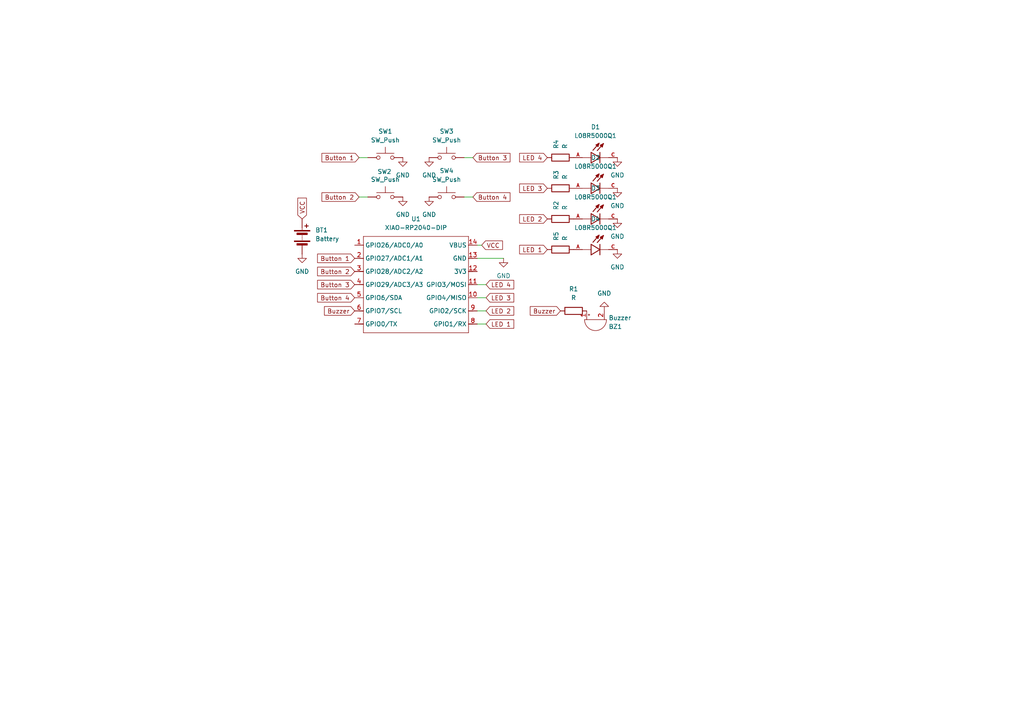
<source format=kicad_sch>
(kicad_sch (version 20250114) (generator "eeschema") (generator_version "9.0")
  (paper "A4")
  (lib_symbols
    (symbol "Device:Battery" (pin_numbers (hide yes)) (pin_names (offset 0) (hide yes))
      (property "Reference" "BT" (at 2.54 2.54 0))
      (property "Value" "Battery" (at 2.54 0 0))
      (symbol "Battery_0_1"
        (rectangle (start -2.286 1.778) (end 2.286 1.524) (fill (type outline)))
        (rectangle (start -2.286 -1.27) (end 2.286 -1.524) (fill (type outline)))
        (rectangle (start -1.524 1.016) (end 1.524 0.508) (fill (type outline)))
        (rectangle (start -1.524 -2.032) (end 1.524 -2.54) (fill (type outline)))
        (polyline (pts (xy 0 1.778) (xy 0 2.54)))
        (polyline (pts (xy 0 0) (xy 0 0.254)))
        (polyline (pts (xy 0 -0.508) (xy 0 -0.254)))
        (polyline (pts (xy 0 -1.016) (xy 0 -0.762)))
        (polyline (pts (xy 0.762 3.048) (xy 1.778 3.048)) (stroke (width 0.254)))
        (polyline (pts (xy 1.27 3.556) (xy 1.27 2.54)) (stroke (width 0.254)))
      )
      (symbol "Battery_1_1"
        (pin passive line (at 0 5.08 270) (length 2.54) (name "+") (number "1"))
        (pin passive line (at 0 -5.08 90) (length 2.54) (name "-") (number "2"))
      )
    )
    (symbol "Device:Buzzer" (pin_names (offset 0.0254) (hide yes))
      (property "Reference" "BZ" (at 3.81 1.27 0))
      (property "Value" "Buzzer" (at 3.81 -1.27 0))
      (symbol "Buzzer_0_1"
        (polyline (pts (xy -1.651 1.905) (xy -1.143 1.905)))
        (polyline (pts (xy -1.397 2.159) (xy -1.397 1.651)))
        (arc (start 0 3.175) (mid 3.1612 0) (end 0 -3.175))
        (polyline (pts (xy 0 3.175) (xy 0 -3.175)))
      )
      (symbol "Buzzer_1_1"
        (pin passive line (at -2.54 2.54 0) (length 2.54) (name "+") (number "1"))
        (pin passive line (at -2.54 -2.54 0) (length 2.54) (name "-") (number "2"))
      )
    )
    (symbol "Device:R" (pin_numbers (hide yes)) (pin_names (offset 0))
      (property "Reference" "R" (at 2.032 0 90))
      (property "Value" "R" (at 0 0 90))
      (symbol "R_0_1"
        (rectangle (start -1.016 -2.54) (end 1.016 2.54) (stroke (width 0.254)))
      )
      (symbol "R_1_1"
        (pin passive line (at 0 3.81 270) (length 1.27) (name "~") (number "1"))
        (pin passive line (at 0 -3.81 90) (length 1.27) (name "~") (number "2"))
      )
    )
    (symbol "L08R5000Q1:L08R5000Q1" (pin_names (offset 1.016))
      (property "Reference" "D" (at -3.0988 4.4958 0))
      (property "Value" "L08R5000Q1" (at -3.556 -3.302 0))
      (symbol "L08R5000Q1_0_0"
        (polyline (pts (xy -2.54 1.524) (xy -2.54 0)) (stroke (width 0.254)))
        (polyline (pts (xy -2.54 0) (xy -5.08 0)) (stroke (width 0.1524)))
        (polyline (pts (xy -2.54 0) (xy -2.54 -1.524)) (stroke (width 0.254)))
        (polyline (pts (xy -2.54 -1.524) (xy 0 0)) (stroke (width 0.254)))
        (polyline (pts (xy -1.1176 3.683) (xy -0.2286 4.1656)) (stroke (width 0.254)))
        (polyline (pts (xy -0.9398 3.6068) (xy -0.7112 3.7592)) (stroke (width 0.254)))
        (polyline (pts (xy -0.5588 3.2004) (xy -1.1176 3.683)) (stroke (width 0.254)))
        (polyline (pts (xy -0.5588 3.2004) (xy -0.5334 3.937)) (stroke (width 0.254)))
        (polyline (pts (xy -0.5334 3.937) (xy -0.6604 3.937)) (stroke (width 0.254)))
        (polyline (pts (xy -0.2286 4.1656) (xy -2.0066 2.1336)) (stroke (width 0.254)))
        (polyline (pts (xy -0.2286 4.1656) (xy -0.5588 3.2004)) (stroke (width 0.254)))
        (polyline (pts (xy 0 1.524) (xy 0 0)) (stroke (width 0.254)))
        (polyline (pts (xy 0 0) (xy -2.54 1.524)) (stroke (width 0.254)))
        (polyline (pts (xy 0 0) (xy 0 -1.524)) (stroke (width 0.254)))
        (polyline (pts (xy 0.127 3.5814) (xy 1.016 4.064)) (stroke (width 0.254)))
        (polyline (pts (xy 0.3048 3.5052) (xy 0.5334 3.6576)) (stroke (width 0.254)))
        (polyline (pts (xy 0.6858 3.0988) (xy 0.127 3.5814)) (stroke (width 0.254)))
        (polyline (pts (xy 0.6858 3.0988) (xy 0.7112 3.8354)) (stroke (width 0.254)))
        (polyline (pts (xy 0.7112 3.8354) (xy 0.5842 3.8354)) (stroke (width 0.254)))
        (polyline (pts (xy 1.016 4.064) (xy -0.762 2.032)) (stroke (width 0.254)))
        (polyline (pts (xy 1.016 4.064) (xy 0.6858 3.0988)) (stroke (width 0.254)))
        (polyline (pts (xy 2.54 0) (xy 0 0)) (stroke (width 0.1524)))
        (pin passive line (at -7.62 0 0) (length 2.54) (name "~") (number "A"))
        (pin passive line (at 5.08 0 180) (length 2.54) (name "~") (number "C"))
      )
    )
    (symbol "Seeed_Studio_XIAO_Series:XIAO-RP2040-DIP"
      (property "Reference" "U" (at 0 0 0))
      (property "Value" "XIAO-RP2040-DIP" (at 5.334 -1.778 0))
      (symbol "XIAO-RP2040-DIP_1_0"
        (polyline (pts (xy -1.27 -2.54) (xy 29.21 -2.54)) (stroke (width 0.1524)))
        (polyline (pts (xy -1.27 -5.08) (xy -2.54 -5.08)) (stroke (width 0.1524)))
        (polyline (pts (xy -1.27 -5.08) (xy -1.27 -2.54)) (stroke (width 0.1524)))
        (polyline (pts (xy -1.27 -8.89) (xy -2.54 -8.89)) (stroke (width 0.1524)))
        (polyline (pts (xy -1.27 -8.89) (xy -1.27 -5.08)) (stroke (width 0.1524)))
        (polyline (pts (xy -1.27 -12.7) (xy -2.54 -12.7)) (stroke (width 0.1524)))
        (polyline (pts (xy -1.27 -12.7) (xy -1.27 -8.89)) (stroke (width 0.1524)))
        (polyline (pts (xy -1.27 -16.51) (xy -2.54 -16.51)) (stroke (width 0.1524)))
        (polyline (pts (xy -1.27 -16.51) (xy -1.27 -12.7)) (stroke (width 0.1524)))
        (polyline (pts (xy -1.27 -20.32) (xy -2.54 -20.32)) (stroke (width 0.1524)))
        (polyline (pts (xy -1.27 -24.13) (xy -2.54 -24.13)) (stroke (width 0.1524)))
        (polyline (pts (xy -1.27 -27.94) (xy -2.54 -27.94)) (stroke (width 0.1524)))
        (polyline (pts (xy -1.27 -30.48) (xy -1.27 -16.51)) (stroke (width 0.1524)))
        (polyline (pts (xy 29.21 -2.54) (xy 29.21 -5.08)) (stroke (width 0.1524)))
        (polyline (pts (xy 29.21 -5.08) (xy 29.21 -8.89)) (stroke (width 0.1524)))
        (polyline (pts (xy 29.21 -8.89) (xy 29.21 -12.7)) (stroke (width 0.1524)))
        (polyline (pts (xy 29.21 -12.7) (xy 29.21 -30.48)) (stroke (width 0.1524)))
        (polyline (pts (xy 29.21 -30.48) (xy -1.27 -30.48)) (stroke (width 0.1524)))
        (polyline (pts (xy 30.48 -5.08) (xy 29.21 -5.08)) (stroke (width 0.1524)))
        (polyline (pts (xy 30.48 -8.89) (xy 29.21 -8.89)) (stroke (width 0.1524)))
        (polyline (pts (xy 30.48 -12.7) (xy 29.21 -12.7)) (stroke (width 0.1524)))
        (polyline (pts (xy 30.48 -16.51) (xy 29.21 -16.51)) (stroke (width 0.1524)))
        (polyline (pts (xy 30.48 -20.32) (xy 29.21 -20.32)) (stroke (width 0.1524)))
        (polyline (pts (xy 30.48 -24.13) (xy 29.21 -24.13)) (stroke (width 0.1524)))
        (polyline (pts (xy 30.48 -27.94) (xy 29.21 -27.94)) (stroke (width 0.1524)))
        (pin passive line (at -3.81 -5.08 0) (length 2.54) (name "GPIO26/ADC0/A0") (number "1"))
        (pin passive line (at -3.81 -8.89 0) (length 2.54) (name "GPIO27/ADC1/A1") (number "2"))
        (pin passive line (at -3.81 -12.7 0) (length 2.54) (name "GPIO28/ADC2/A2") (number "3"))
        (pin passive line (at -3.81 -16.51 0) (length 2.54) (name "GPIO29/ADC3/A3") (number "4"))
        (pin passive line (at -3.81 -20.32 0) (length 2.54) (name "GPIO6/SDA") (number "5"))
        (pin passive line (at -3.81 -24.13 0) (length 2.54) (name "GPIO7/SCL") (number "6"))
        (pin passive line (at -3.81 -27.94 0) (length 2.54) (name "GPIO0/TX") (number "7"))
        (pin passive line (at 31.75 -5.08 180) (length 2.54) (name "VBUS") (number "14"))
        (pin passive line (at 31.75 -8.89 180) (length 2.54) (name "GND") (number "13"))
        (pin passive line (at 31.75 -12.7 180) (length 2.54) (name "3V3") (number "12"))
        (pin passive line (at 31.75 -16.51 180) (length 2.54) (name "GPIO3/MOSI") (number "11"))
        (pin passive line (at 31.75 -20.32 180) (length 2.54) (name "GPIO4/MISO") (number "10"))
        (pin passive line (at 31.75 -24.13 180) (length 2.54) (name "GPIO2/SCK") (number "9"))
        (pin passive line (at 31.75 -27.94 180) (length 2.54) (name "GPIO1/RX") (number "8"))
      )
    )
    (symbol "Switch:SW_Push" (pin_numbers (hide yes)) (pin_names (offset 1.016) (hide yes))
      (property "Reference" "SW" (at 1.27 2.54 0))
      (property "Value" "SW_Push" (at 0 -1.524 0))
      (symbol "SW_Push_0_1"
        (circle (center -2.032 0) (radius 0.508))
        (polyline (pts (xy 0 1.27) (xy 0 3.048)))
        (circle (center 2.032 0) (radius 0.508))
        (polyline (pts (xy 2.54 1.27) (xy -2.54 1.27)))
        (pin passive line (at -5.08 0 0) (length 2.54) (name "1") (number "1"))
        (pin passive line (at 5.08 0 180) (length 2.54) (name "2") (number "2"))
      )
    )
    (symbol "power:GND" (power) (pin_numbers (hide yes)) (pin_names (offset 0) (hide yes))
      (property "Value" "GND" (at 0 -3.81 0))
      (symbol "GND_0_1"
        (polyline (pts (xy 0 0) (xy 0 -1.27) (xy 1.27 -1.27) (xy 0 -2.54) (xy -1.27 -1.27) (xy 0 -1.27)))
      )
      (symbol "GND_1_1"
        (pin power_in line (at 0 0 270) (length 0) (name "~") (number "1"))
      )
    )
  )
  (wire (pts (xy 137.16 45.72) (xy 134.62 45.72)))
  (wire (pts (xy 138.43 71.12) (xy 139.7 71.12)))
  (wire (pts (xy 104.14 45.72) (xy 106.68 45.72)))
  (wire (pts (xy 138.43 90.17) (xy 140.97 90.17)))
  (wire (pts (xy 104.14 57.15) (xy 106.68 57.15)))
  (wire (pts (xy 138.43 86.36) (xy 140.97 86.36)))
  (wire (pts (xy 137.16 57.15) (xy 134.62 57.15)))
  (wire (pts (xy 138.43 93.98) (xy 140.97 93.98)))
  (wire (pts (xy 138.43 74.93) (xy 146.05 74.93)))
  (wire (pts (xy 138.43 82.55) (xy 140.97 82.55)))
  (global_label "LED 2" (shape input) (at 140.97 90.17 0) (property "Intersheetrefs" "${INTERSHEET_REFS}" (effects (hide yes))))
  (global_label "LED 3" (shape input) (at 140.97 86.36 0) (property "Intersheetrefs" "${INTERSHEET_REFS}" (effects (hide yes))))
  (global_label "Button 3" (shape input) (at 137.16 45.72 0) (property "Intersheetrefs" "${INTERSHEET_REFS}" (effects (hide yes))))
  (global_label "LED 2" (shape input) (at 158.75 63.5 180) (property "Intersheetrefs" "${INTERSHEET_REFS}" (effects (hide yes))))
  (global_label "LED 1" (shape input) (at 158.75 72.39 180) (property "Intersheetrefs" "${INTERSHEET_REFS}" (effects (hide yes))))
  (global_label "Buzzer" (shape input) (at 162.56 90.17 180) (property "Intersheetrefs" "${INTERSHEET_REFS}" (effects (hide yes))))
  (global_label "Button 1" (shape input) (at 102.87 74.93 180) (property "Intersheetrefs" "${INTERSHEET_REFS}" (effects (hide yes))))
  (global_label "Button 4" (shape input) (at 137.16 57.15 0) (property "Intersheetrefs" "${INTERSHEET_REFS}" (effects (hide yes))))
  (global_label "Button 4" (shape input) (at 102.87 86.36 180) (property "Intersheetrefs" "${INTERSHEET_REFS}" (effects (hide yes))))
  (global_label "LED 4" (shape input) (at 158.75 45.72 180) (property "Intersheetrefs" "${INTERSHEET_REFS}" (effects (hide yes))))
  (global_label "Buzzer" (shape input) (at 102.87 90.17 180) (property "Intersheetrefs" "${INTERSHEET_REFS}" (effects (hide yes))))
  (global_label "Button 3" (shape input) (at 102.87 82.55 180) (property "Intersheetrefs" "${INTERSHEET_REFS}" (effects (hide yes))))
  (global_label "Button 2" (shape input) (at 102.87 78.74 180) (property "Intersheetrefs" "${INTERSHEET_REFS}" (effects (hide yes))))
  (global_label "VCC" (shape input) (at 139.7 71.12 0) (property "Intersheetrefs" "${INTERSHEET_REFS}" (effects (hide yes))))
  (global_label "Button 2" (shape input) (at 104.14 57.15 180) (property "Intersheetrefs" "${INTERSHEET_REFS}" (effects (hide yes))))
  (global_label "LED 4" (shape input) (at 140.97 82.55 0) (property "Intersheetrefs" "${INTERSHEET_REFS}" (effects (hide yes))))
  (global_label "LED 3" (shape input) (at 158.75 54.61 180) (property "Intersheetrefs" "${INTERSHEET_REFS}" (effects (hide yes))))
  (global_label "LED 1" (shape input) (at 140.97 93.98 0) (property "Intersheetrefs" "${INTERSHEET_REFS}" (effects (hide yes))))
  (global_label "VCC" (shape input) (at 87.63 63.5 90) (property "Intersheetrefs" "${INTERSHEET_REFS}" (effects (hide yes))))
  (global_label "Button 1" (shape input) (at 104.14 45.72 180) (property "Intersheetrefs" "${INTERSHEET_REFS}" (effects (hide yes))))
  (symbol (lib_id "Device:Battery") (at 87.63 68.58 0) (unit 1)
    (property "Reference" "BT1" (at 91.44 66.7384 0) (effects (justify left)))
    (property "Value" "Battery" (at 91.44 69.2784 0) (effects (justify left)))
    (property "Footprint" "TestPoint:TestPoint_2Pads_Pitch2.54mm_Drill0.8mm" (effects (hide yes)))
    (property "Description" "Multiple-cell battery" (effects (hide yes)))
  )
  (symbol (lib_id "Switch:SW_Push") (at 129.54 57.15 0) (mirror y) (unit 1)
    (property "Reference" "SW4" (at 129.54 49.53 0))
    (property "Value" "SW_Push" (at 129.54 52.07 0))
    (property "Footprint" "Button_Switch_Keyboard:SW_Cherry_MX_1.00u_PCB" (effects (hide yes)))
    (property "Description" "Push button switch, generic, two pins" (effects (hide yes)))
  )
  (symbol (lib_id "power:GND") (at 124.46 57.15 0) (mirror y) (unit 1)
    (property "Reference" "#PWR05" (effects (hide yes)))
    (property "Value" "GND" (at 124.46 62.23 0))
    (property "Description" "Power symbol creates a global label with name \"GND\" , ground" (effects (hide yes)))
  )
  (symbol (lib_id "L08R5000Q1:L08R5000Q1") (at 173.99 63.5 0) (unit 1)
    (property "Reference" "D3" (at 172.72 54.61 0))
    (property "Value" "L08R5000Q1" (at 172.72 57.15 0))
    (property "Footprint" "e390cee6c564169ed6d49fe7a268946ec8897500_l08r5000q1:LEDRD254W57D500H1070" (effects (hide yes)))
    (property "MF" "LED Technology" (effects (hide yes)))
    (property "MAXIMUM_PACKAGE_HEIGHT" "10.7mm" (effects (hide yes)))
    (property "Package" "None" (effects (hide yes)))
    (property "Price" "None" (effects (hide yes)))
    (property "Check_prices" "https://www.snapeda.com/parts/L08R5000Q1/LED+Technology/view-part/?ref=eda" (effects (hide yes)))
    (property "STANDARD" "IPC-7351B" (effects (hide yes)))
    (property "PARTREV" "NA" (effects (hide yes)))
    (property "SnapEDA_Link" "https://www.snapeda.com/parts/L08R5000Q1/LED+Technology/view-part/?ref=snap" (effects (hide yes)))
    (property "MP" "L08R5000Q1" (effects (hide yes)))
    (property "Description_1" "LED, 5MM, ORANGE; LED / Lamp Size: 5mm / T-1 3/4; LED Colour: Orange; Typ Luminous Intensity: 4.3mcd; Viewing Angle: ..." (effects (hide yes)))
    (property "Availability" "Not in stock" (effects (hide yes)))
    (property "MANUFACTURER" "LED TECHNOLOGY" (effects (hide yes)))
  )
  (symbol (lib_id "Device:R") (at 162.56 63.5 90) (unit 1)
    (property "Reference" "R2" (at 161.2899 60.96 0) (effects (justify left)))
    (property "Value" "R" (at 163.8299 60.96 0) (effects (justify left)))
    (property "Footprint" "Resistor_THT:R_Axial_DIN0207_L6.3mm_D2.5mm_P7.62mm_Horizontal" (effects (hide yes)))
    (property "Description" "Resistor" (effects (hide yes)))
  )
  (symbol (lib_id "Switch:SW_Push") (at 129.54 45.72 0) (mirror y) (unit 1)
    (property "Reference" "SW3" (at 129.54 38.1 0))
    (property "Value" "SW_Push" (at 129.54 40.64 0))
    (property "Footprint" "Button_Switch_Keyboard:SW_Cherry_MX_1.00u_PCB" (effects (hide yes)))
    (property "Description" "Push button switch, generic, two pins" (effects (hide yes)))
  )
  (symbol (lib_id "power:GND") (at 179.07 63.5 0) (unit 1)
    (property "Reference" "#PWR08" (effects (hide yes)))
    (property "Value" "GND" (at 179.07 68.58 0))
    (property "Description" "Power symbol creates a global label with name \"GND\" , ground" (effects (hide yes)))
  )
  (symbol (lib_id "power:GND") (at 87.63 73.66 0) (unit 1)
    (property "Reference" "#PWR011" (effects (hide yes)))
    (property "Value" "GND" (at 87.63 78.74 0))
    (property "Description" "Power symbol creates a global label with name \"GND\" , ground" (effects (hide yes)))
  )
  (symbol (lib_id "Seeed_Studio_XIAO_Series:XIAO-RP2040-DIP") (at 106.68 66.04 0) (unit 1)
    (property "Reference" "U1" (at 120.65 63.5 0))
    (property "Value" "XIAO-RP2040-DIP" (at 120.65 66.04 0))
    (property "Footprint" "footprints:XIAO-RP2040-DIP" (effects (hide yes)))
  )
  (symbol (lib_id "power:GND") (at 175.26 90.17 0) (mirror x) (unit 1)
    (property "Reference" "#PWR010" (effects (hide yes)))
    (property "Value" "GND" (at 175.26 85.09 0))
    (property "Description" "Power symbol creates a global label with name \"GND\" , ground" (effects (hide yes)))
  )
  (symbol (lib_id "Device:R") (at 162.56 72.39 90) (unit 1)
    (property "Reference" "R5" (at 161.2899 69.85 0) (effects (justify left)))
    (property "Value" "R" (at 163.8299 69.85 0) (effects (justify left)))
    (property "Footprint" "Resistor_THT:R_Axial_DIN0207_L6.3mm_D2.5mm_P7.62mm_Horizontal" (effects (hide yes)))
    (property "Description" "Resistor" (effects (hide yes)))
  )
  (symbol (lib_id "power:GND") (at 124.46 45.72 0) (mirror y) (unit 1)
    (property "Reference" "#PWR04" (effects (hide yes)))
    (property "Value" "GND" (at 124.46 50.8 0))
    (property "Description" "Power symbol creates a global label with name \"GND\" , ground" (effects (hide yes)))
  )
  (symbol (lib_id "power:GND") (at 179.07 72.39 0) (unit 1)
    (property "Reference" "#PWR09" (effects (hide yes)))
    (property "Value" "GND" (at 179.07 77.47 0))
    (property "Description" "Power symbol creates a global label with name \"GND\" , ground" (effects (hide yes)))
  )
  (symbol (lib_id "power:GND") (at 179.07 54.61 0) (unit 1)
    (property "Reference" "#PWR07" (effects (hide yes)))
    (property "Value" "GND" (at 179.07 59.69 0))
    (property "Description" "Power symbol creates a global label with name \"GND\" , ground" (effects (hide yes)))
  )
  (symbol (lib_id "L08R5000Q1:L08R5000Q1") (at 173.99 72.39 0) (unit 1)
    (property "Reference" "D4" (at 172.72 63.5 0))
    (property "Value" "L08R5000Q1" (at 172.72 66.04 0))
    (property "Footprint" "e390cee6c564169ed6d49fe7a268946ec8897500_l08r5000q1:LEDRD254W57D500H1070" (effects (hide yes)))
    (property "MF" "LED Technology" (effects (hide yes)))
    (property "MAXIMUM_PACKAGE_HEIGHT" "10.7mm" (effects (hide yes)))
    (property "Package" "None" (effects (hide yes)))
    (property "Price" "None" (effects (hide yes)))
    (property "Check_prices" "https://www.snapeda.com/parts/L08R5000Q1/LED+Technology/view-part/?ref=eda" (effects (hide yes)))
    (property "STANDARD" "IPC-7351B" (effects (hide yes)))
    (property "PARTREV" "NA" (effects (hide yes)))
    (property "SnapEDA_Link" "https://www.snapeda.com/parts/L08R5000Q1/LED+Technology/view-part/?ref=snap" (effects (hide yes)))
    (property "MP" "L08R5000Q1" (effects (hide yes)))
    (property "Description_1" "LED, 5MM, ORANGE; LED / Lamp Size: 5mm / T-1 3/4; LED Colour: Orange; Typ Luminous Intensity: 4.3mcd; Viewing Angle: ..." (effects (hide yes)))
    (property "Availability" "Not in stock" (effects (hide yes)))
    (property "MANUFACTURER" "LED TECHNOLOGY" (effects (hide yes)))
  )
  (symbol (lib_id "Device:Buzzer") (at 172.72 92.71 90) (mirror x) (unit 1)
    (property "Reference" "BZ1" (at 176.53 94.7352 90) (effects (justify right)))
    (property "Value" "Buzzer" (at 176.53 92.1952 90) (effects (justify right)))
    (property "Footprint" "Buzzer_Beeper:Buzzer_12x9.5RM7.6" (effects (hide yes)))
    (property "Description" "Buzzer, polarized" (effects (hide yes)))
  )
  (symbol (lib_id "power:GND") (at 146.05 74.93 0) (unit 1)
    (property "Reference" "#PWR01" (effects (hide yes)))
    (property "Value" "GND" (at 146.05 80.01 0))
    (property "Description" "Power symbol creates a global label with name \"GND\" , ground" (effects (hide yes)))
  )
  (symbol (lib_id "power:GND") (at 116.84 45.72 0) (unit 1)
    (property "Reference" "#PWR02" (effects (hide yes)))
    (property "Value" "GND" (at 116.84 50.8 0))
    (property "Description" "Power symbol creates a global label with name \"GND\" , ground" (effects (hide yes)))
  )
  (symbol (lib_id "L08R5000Q1:L08R5000Q1") (at 173.99 54.61 0) (unit 1)
    (property "Reference" "D2" (at 172.72 45.72 0))
    (property "Value" "L08R5000Q1" (at 172.72 48.26 0))
    (property "Footprint" "e390cee6c564169ed6d49fe7a268946ec8897500_l08r5000q1:LEDRD254W57D500H1070" (effects (hide yes)))
    (property "MF" "LED Technology" (effects (hide yes)))
    (property "MAXIMUM_PACKAGE_HEIGHT" "10.7mm" (effects (hide yes)))
    (property "Package" "None" (effects (hide yes)))
    (property "Price" "None" (effects (hide yes)))
    (property "Check_prices" "https://www.snapeda.com/parts/L08R5000Q1/LED+Technology/view-part/?ref=eda" (effects (hide yes)))
    (property "STANDARD" "IPC-7351B" (effects (hide yes)))
    (property "PARTREV" "NA" (effects (hide yes)))
    (property "SnapEDA_Link" "https://www.snapeda.com/parts/L08R5000Q1/LED+Technology/view-part/?ref=snap" (effects (hide yes)))
    (property "MP" "L08R5000Q1" (effects (hide yes)))
    (property "Description_1" "LED, 5MM, ORANGE; LED / Lamp Size: 5mm / T-1 3/4; LED Colour: Orange; Typ Luminous Intensity: 4.3mcd; Viewing Angle: ..." (effects (hide yes)))
    (property "Availability" "Not in stock" (effects (hide yes)))
    (property "MANUFACTURER" "LED TECHNOLOGY" (effects (hide yes)))
  )
  (symbol (lib_id "Device:R") (at 162.56 45.72 90) (unit 1)
    (property "Reference" "R4" (at 161.2899 43.18 0) (effects (justify left)))
    (property "Value" "R" (at 163.8299 43.18 0) (effects (justify left)))
    (property "Footprint" "Resistor_THT:R_Axial_DIN0207_L6.3mm_D2.5mm_P7.62mm_Horizontal" (effects (hide yes)))
    (property "Description" "Resistor" (effects (hide yes)))
  )
  (symbol (lib_id "power:GND") (at 179.07 45.72 0) (unit 1)
    (property "Reference" "#PWR06" (effects (hide yes)))
    (property "Value" "GND" (at 179.07 50.8 0))
    (property "Description" "Power symbol creates a global label with name \"GND\" , ground" (effects (hide yes)))
  )
  (symbol (lib_id "L08R5000Q1:L08R5000Q1") (at 173.99 45.72 0) (unit 1)
    (property "Reference" "D1" (at 172.72 36.83 0))
    (property "Value" "L08R5000Q1" (at 172.72 39.37 0))
    (property "Footprint" "e390cee6c564169ed6d49fe7a268946ec8897500_l08r5000q1:LEDRD254W57D500H1070" (effects (hide yes)))
    (property "MF" "LED Technology" (effects (hide yes)))
    (property "MAXIMUM_PACKAGE_HEIGHT" "10.7mm" (effects (hide yes)))
    (property "Package" "None" (effects (hide yes)))
    (property "Price" "None" (effects (hide yes)))
    (property "Check_prices" "https://www.snapeda.com/parts/L08R5000Q1/LED+Technology/view-part/?ref=eda" (effects (hide yes)))
    (property "STANDARD" "IPC-7351B" (effects (hide yes)))
    (property "PARTREV" "NA" (effects (hide yes)))
    (property "SnapEDA_Link" "https://www.snapeda.com/parts/L08R5000Q1/LED+Technology/view-part/?ref=snap" (effects (hide yes)))
    (property "MP" "L08R5000Q1" (effects (hide yes)))
    (property "Description_1" "LED, 5MM, ORANGE; LED / Lamp Size: 5mm / T-1 3/4; LED Colour: Orange; Typ Luminous Intensity: 4.3mcd; Viewing Angle: ..." (effects (hide yes)))
    (property "Availability" "Not in stock" (effects (hide yes)))
    (property "MANUFACTURER" "LED TECHNOLOGY" (effects (hide yes)))
  )
  (symbol (lib_id "Switch:SW_Push") (at 111.76 45.72 0) (unit 1)
    (property "Reference" "SW1" (at 111.76 38.1 0))
    (property "Value" "SW_Push" (at 111.76 40.64 0))
    (property "Footprint" "Button_Switch_Keyboard:SW_Cherry_MX_1.00u_PCB" (effects (hide yes)))
    (property "Description" "Push button switch, generic, two pins" (effects (hide yes)))
  )
  (symbol (lib_id "Device:R") (at 162.56 54.61 90) (unit 1)
    (property "Reference" "R3" (at 161.2899 52.07 0) (effects (justify left)))
    (property "Value" "R" (at 163.8299 52.07 0) (effects (justify left)))
    (property "Footprint" "Resistor_THT:R_Axial_DIN0207_L6.3mm_D2.5mm_P7.62mm_Horizontal" (effects (hide yes)))
    (property "Description" "Resistor" (effects (hide yes)))
  )
  (symbol (lib_id "Switch:SW_Push") (at 111.76 57.15 0) (unit 1)
    (property "Reference" "SW2" (at 111.506 49.784 0))
    (property "Value" "SW_Push" (at 111.76 52.07 0))
    (property "Footprint" "Button_Switch_Keyboard:SW_Cherry_MX_1.00u_PCB" (effects (hide yes)))
    (property "Description" "Push button switch, generic, two pins" (effects (hide yes)))
  )
  (symbol (lib_id "Device:R") (at 166.37 90.17 90) (unit 1)
    (property "Reference" "R1" (at 166.37 83.82 90))
    (property "Value" "R" (at 166.37 86.36 90))
    (property "Footprint" "Resistor_THT:R_Axial_DIN0207_L6.3mm_D2.5mm_P7.62mm_Horizontal" (effects (hide yes)))
    (property "Description" "Resistor" (effects (hide yes)))
  )
  (symbol (lib_id "power:GND") (at 116.84 57.15 0) (unit 1)
    (property "Reference" "#PWR03" (effects (hide yes)))
    (property "Value" "GND" (at 116.84 62.23 0))
    (property "Description" "Power symbol creates a global label with name \"GND\" , ground" (effects (hide yes)))
  )
)
</source>
